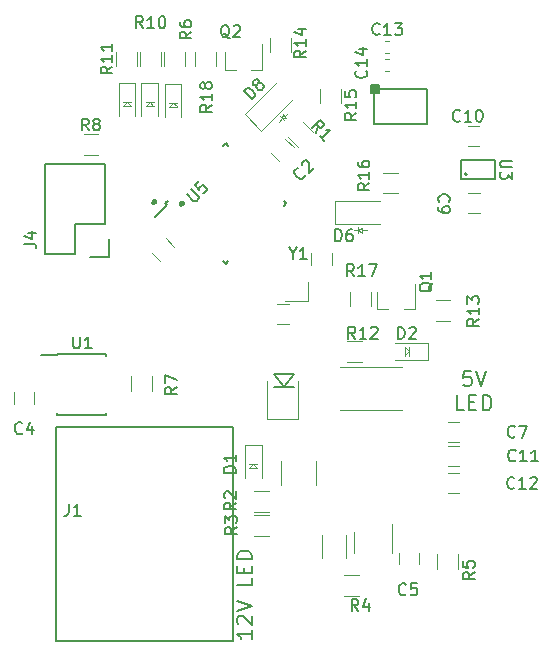
<source format=gto>
G04 #@! TF.GenerationSoftware,KiCad,Pcbnew,5.0.1-33cea8e~68~ubuntu18.04.1*
G04 #@! TF.CreationDate,2019-04-25T19:51:38-04:00*
G04 #@! TF.ProjectId,IMU,494D552E6B696361645F706362000000,rev?*
G04 #@! TF.SameCoordinates,Original*
G04 #@! TF.FileFunction,Legend,Top*
G04 #@! TF.FilePolarity,Positive*
%FSLAX46Y46*%
G04 Gerber Fmt 4.6, Leading zero omitted, Abs format (unit mm)*
G04 Created by KiCad (PCBNEW 5.0.1-33cea8e~68~ubuntu18.04.1) date Thu 25 Apr 2019 07:51:38 PM EDT*
%MOMM*%
%LPD*%
G01*
G04 APERTURE LIST*
%ADD10C,0.152400*%
%ADD11C,0.120000*%
%ADD12C,0.100000*%
%ADD13C,0.150000*%
%ADD14C,0.200000*%
%ADD15C,0.500000*%
G04 APERTURE END LIST*
D10*
X140797763Y-124375091D02*
X140797763Y-125100805D01*
X140797763Y-124737948D02*
X139527763Y-124737948D01*
X139709192Y-124858900D01*
X139830144Y-124979853D01*
X139890620Y-125100805D01*
X139648716Y-123891281D02*
X139588240Y-123830805D01*
X139527763Y-123709853D01*
X139527763Y-123407472D01*
X139588240Y-123286520D01*
X139648716Y-123226043D01*
X139769668Y-123165567D01*
X139890620Y-123165567D01*
X140072049Y-123226043D01*
X140797763Y-123951758D01*
X140797763Y-123165567D01*
X139527763Y-122802710D02*
X140797763Y-122379377D01*
X139527763Y-121956043D01*
X140797763Y-119960329D02*
X140797763Y-120565091D01*
X139527763Y-120565091D01*
X140132525Y-119536996D02*
X140132525Y-119113662D01*
X140797763Y-118932234D02*
X140797763Y-119536996D01*
X139527763Y-119536996D01*
X139527763Y-118932234D01*
X140797763Y-118387948D02*
X139527763Y-118387948D01*
X139527763Y-118085567D01*
X139588240Y-117904139D01*
X139709192Y-117783186D01*
X139830144Y-117722710D01*
X140072049Y-117662234D01*
X140253478Y-117662234D01*
X140495382Y-117722710D01*
X140616335Y-117783186D01*
X140737287Y-117904139D01*
X140797763Y-118085567D01*
X140797763Y-118387948D01*
X159351175Y-102452943D02*
X158746413Y-102452943D01*
X158685937Y-103057705D01*
X158746413Y-102997229D01*
X158867365Y-102936753D01*
X159169746Y-102936753D01*
X159290699Y-102997229D01*
X159351175Y-103057705D01*
X159411651Y-103178658D01*
X159411651Y-103481039D01*
X159351175Y-103601991D01*
X159290699Y-103662467D01*
X159169746Y-103722943D01*
X158867365Y-103722943D01*
X158746413Y-103662467D01*
X158685937Y-103601991D01*
X159774508Y-102452943D02*
X160197841Y-103722943D01*
X160621175Y-102452943D01*
X158776651Y-105780343D02*
X158171889Y-105780343D01*
X158171889Y-104510343D01*
X159199984Y-105115105D02*
X159623318Y-105115105D01*
X159804746Y-105780343D02*
X159199984Y-105780343D01*
X159199984Y-104510343D01*
X159804746Y-104510343D01*
X160349032Y-105780343D02*
X160349032Y-104510343D01*
X160651413Y-104510343D01*
X160832841Y-104570820D01*
X160953794Y-104691772D01*
X161014270Y-104812724D01*
X161074746Y-105054629D01*
X161074746Y-105236058D01*
X161014270Y-105477962D01*
X160953794Y-105598915D01*
X160832841Y-105719867D01*
X160651413Y-105780343D01*
X160349032Y-105780343D01*
D11*
G04 #@! TO.C,D3*
X134816103Y-78126792D02*
X134816103Y-80926792D01*
X133416103Y-78126792D02*
X133416103Y-80926792D01*
X134816103Y-78126792D02*
X133416103Y-78126792D01*
D12*
X134116103Y-79726793D02*
X134416103Y-80026792D01*
X134416103Y-80026792D02*
X134466102Y-80076792D01*
X134466102Y-80076792D02*
X133816103Y-80076792D01*
X133766104Y-80076792D02*
X133816103Y-80076792D01*
X133816103Y-80076792D02*
X133766104Y-80076792D01*
X133766104Y-80076792D02*
X134116103Y-79726793D01*
X134116103Y-79726793D02*
X134466103Y-79726792D01*
X133766103Y-79726792D02*
X134116103Y-79726793D01*
D11*
G04 #@! TO.C,D5*
X130902507Y-78045154D02*
X130902507Y-80845154D01*
X129502507Y-78045154D02*
X129502507Y-80845154D01*
X130902507Y-78045154D02*
X129502507Y-78045154D01*
D12*
X130202507Y-79645155D02*
X130502507Y-79945154D01*
X130502507Y-79945154D02*
X130552506Y-79995154D01*
X130552506Y-79995154D02*
X129902507Y-79995154D01*
X129852508Y-79995154D02*
X129902507Y-79995154D01*
X129902507Y-79995154D02*
X129852508Y-79995154D01*
X129852508Y-79995154D02*
X130202507Y-79645155D01*
X130202507Y-79645155D02*
X130552507Y-79645154D01*
X129852507Y-79645154D02*
X130202507Y-79645155D01*
D11*
G04 #@! TO.C,R6*
X133379787Y-76631045D02*
X133379787Y-75431045D01*
X135139787Y-75431045D02*
X135139787Y-76631045D01*
G04 #@! TO.C,R10*
X133081512Y-75447322D02*
X133081512Y-76647322D01*
X131321512Y-76647322D02*
X131321512Y-75447322D01*
D12*
G04 #@! TO.C,D4*
X131794038Y-79680911D02*
X132144038Y-79680912D01*
X132144038Y-79680912D02*
X132494038Y-79680911D01*
X131794039Y-80030911D02*
X132144038Y-79680912D01*
X131844038Y-80030911D02*
X131794039Y-80030911D01*
X131794039Y-80030911D02*
X131844038Y-80030911D01*
X132494037Y-80030911D02*
X131844038Y-80030911D01*
X132444038Y-79980911D02*
X132494037Y-80030911D01*
X132144038Y-79680912D02*
X132444038Y-79980911D01*
D11*
X132844038Y-78080911D02*
X131444038Y-78080911D01*
X131444038Y-78080911D02*
X131444038Y-80880911D01*
X132844038Y-78080911D02*
X132844038Y-80880911D01*
G04 #@! TO.C,R11*
X129306342Y-76629361D02*
X129306342Y-75429361D01*
X131066342Y-75429361D02*
X131066342Y-76629361D01*
G04 #@! TO.C,R15*
X148357480Y-78592160D02*
X148357480Y-79792160D01*
X146597480Y-79792160D02*
X146597480Y-78592160D01*
D12*
G04 #@! TO.C,D8*
X143571371Y-80849949D02*
X143854214Y-80567107D01*
X143359239Y-81062082D02*
X143429949Y-80708528D01*
X143429949Y-80708528D02*
X143712792Y-80991371D01*
X143712792Y-80991371D02*
X143359239Y-81062082D01*
X143076396Y-81344924D02*
X143359239Y-81062082D01*
X143359239Y-81062082D02*
X143182462Y-80885305D01*
X143182462Y-80885305D02*
X143536016Y-81238858D01*
D11*
X140177258Y-80708528D02*
X141591472Y-82122742D01*
X141591472Y-82122742D02*
X144313833Y-79400381D01*
X140177258Y-80708528D02*
X142899619Y-77986167D01*
G04 #@! TO.C,C10*
X159057020Y-83391100D02*
X160057020Y-83391100D01*
X160057020Y-81691100D02*
X159057020Y-81691100D01*
D13*
G04 #@! TO.C,U4*
X150911560Y-78313280D02*
X150886160Y-78872080D01*
X151216360Y-78694280D02*
X151216360Y-78668880D01*
X151343360Y-78745080D02*
X151216360Y-78694280D01*
X151343360Y-78440280D02*
X151343360Y-78745080D01*
X151114760Y-78440280D02*
X151343360Y-78440280D01*
X151089360Y-78846680D02*
X151114760Y-78440280D01*
X151419560Y-78846679D02*
X151089360Y-78846680D01*
X151419560Y-78338680D02*
X151419560Y-78846679D01*
X150987760Y-78338680D02*
X151419560Y-78338680D01*
X150987760Y-78922880D02*
X150987760Y-78338680D01*
X151521160Y-78922880D02*
X150860760Y-78922880D01*
X151521160Y-78541880D02*
X151521160Y-78922880D01*
X151521160Y-78262481D02*
X151521160Y-78567280D01*
X150835360Y-78262480D02*
X151521160Y-78262481D01*
X150835360Y-78922880D02*
X150835360Y-78262480D01*
X151140159Y-78922880D02*
X150835360Y-78922880D01*
X151150760Y-81564480D02*
X155650760Y-81564480D01*
X151150760Y-78565880D02*
X151150760Y-81565880D01*
X155650760Y-78565880D02*
X155650760Y-81565880D01*
X151150760Y-78565880D02*
X155650760Y-78565880D01*
D11*
G04 #@! TO.C,R1*
X144702010Y-83446518D02*
X143853482Y-82597990D01*
X145097990Y-81353482D02*
X145946518Y-82202010D01*
D13*
G04 #@! TO.C,J4*
X128376680Y-90017600D02*
X128376680Y-84937600D01*
X128656680Y-92837600D02*
X127106680Y-92837600D01*
X125836680Y-92557600D02*
X125836680Y-90017600D01*
X125836680Y-90017600D02*
X128376680Y-90017600D01*
X128376680Y-84937600D02*
X123296680Y-84937600D01*
X123296680Y-84937600D02*
X123296680Y-90017600D01*
X128656680Y-92837600D02*
X128656680Y-91287600D01*
X123296680Y-92557600D02*
X125836680Y-92557600D01*
X123296680Y-90017600D02*
X123296680Y-92557600D01*
D11*
G04 #@! TO.C,R2*
X141009880Y-112613840D02*
X142209880Y-112613840D01*
X142209880Y-114373840D02*
X141009880Y-114373840D01*
G04 #@! TO.C,F1*
X143285380Y-112086340D02*
X143285380Y-110086340D01*
X146245380Y-110086340D02*
X146245380Y-112086340D01*
D12*
G04 #@! TO.C,D2*
X154085880Y-100443840D02*
X154085880Y-100793840D01*
X154085880Y-100793840D02*
X154085880Y-101143840D01*
X153735880Y-100443840D02*
X154085880Y-100793840D01*
X153735880Y-100493840D02*
X153735880Y-100443840D01*
X153735880Y-100443840D02*
X153735880Y-100493840D01*
X153735880Y-101143840D02*
X153735880Y-100493840D01*
X153785880Y-101093840D02*
X153735880Y-101143840D01*
X154085880Y-100793840D02*
X153785880Y-101093840D01*
D11*
X155685880Y-101493840D02*
X155685880Y-100093840D01*
X155685880Y-100093840D02*
X152885880Y-100093840D01*
X155685880Y-101493840D02*
X152885880Y-101493840D01*
G04 #@! TO.C,R9*
X153480880Y-105788840D02*
X148280880Y-105788840D01*
X148280880Y-102148840D02*
X153480880Y-102148840D01*
G04 #@! TO.C,C7*
X158365880Y-106801840D02*
X157365880Y-106801840D01*
X157365880Y-108501840D02*
X158365880Y-108501840D01*
G04 #@! TO.C,U2*
X149435980Y-116086340D02*
X149435980Y-117886340D01*
X152655980Y-117886340D02*
X152655980Y-115436340D01*
G04 #@! TO.C,C3*
X148725880Y-118303840D02*
X148725880Y-116303840D01*
X146685880Y-116303840D02*
X146685880Y-118303840D01*
G04 #@! TO.C,R12*
X150083880Y-101673840D02*
X148883880Y-101673840D01*
X148883880Y-99913840D02*
X150083880Y-99913840D01*
G04 #@! TO.C,R4*
X148629880Y-119725840D02*
X149829880Y-119725840D01*
X149829880Y-121485840D02*
X148629880Y-121485840D01*
G04 #@! TO.C,R5*
X158237880Y-117973840D02*
X158237880Y-119173840D01*
X156477880Y-119173840D02*
X156477880Y-117973840D01*
G04 #@! TO.C,C12*
X158365880Y-111119840D02*
X157365880Y-111119840D01*
X157365880Y-112819840D02*
X158365880Y-112819840D01*
G04 #@! TO.C,C11*
X158365880Y-108833840D02*
X157365880Y-108833840D01*
X157365880Y-110533840D02*
X158365880Y-110533840D01*
G04 #@! TO.C,C5*
X153205880Y-117819840D02*
X153205880Y-118819840D01*
X154905880Y-118819840D02*
X154905880Y-117819840D01*
D12*
G04 #@! TO.C,D1*
X140559040Y-110323200D02*
X140909040Y-110323200D01*
X140909040Y-110323200D02*
X141259040Y-110323200D01*
X140559040Y-110673200D02*
X140909040Y-110323200D01*
X140609040Y-110673200D02*
X140559040Y-110673200D01*
X140559040Y-110673200D02*
X140609040Y-110673200D01*
X141259040Y-110673200D02*
X140609040Y-110673200D01*
X141209040Y-110623200D02*
X141259040Y-110673200D01*
X140909040Y-110323200D02*
X141209040Y-110623200D01*
D11*
X141609040Y-108723200D02*
X140209040Y-108723200D01*
X140209040Y-108723200D02*
X140209040Y-111523200D01*
X141609040Y-108723200D02*
X141609040Y-111523200D01*
D14*
G04 #@! TO.C,D7*
X144387880Y-102733840D02*
X143487880Y-103833840D01*
X142687880Y-102733840D02*
X144387880Y-102733840D01*
X143487880Y-103833840D02*
X142687880Y-102733840D01*
X142687880Y-103833840D02*
X144387880Y-103833840D01*
D11*
X142054380Y-106508840D02*
X144721380Y-106508840D01*
X144721380Y-106508840D02*
X144721380Y-103333840D01*
X142054380Y-106508840D02*
X142054380Y-103333840D01*
G04 #@! TO.C,R3*
X141009880Y-114645840D02*
X142209880Y-114645840D01*
X142209880Y-116405840D02*
X141009880Y-116405840D01*
G04 #@! TO.C,C1*
X132319206Y-92434247D02*
X133026313Y-93141354D01*
X134228394Y-91939273D02*
X133521287Y-91232166D01*
G04 #@! TO.C,C2*
X142405406Y-83987487D02*
X143112513Y-84694594D01*
X144314594Y-83492513D02*
X143607487Y-82785406D01*
G04 #@! TO.C,C4*
X120638200Y-104269920D02*
X120638200Y-105269920D01*
X122338200Y-105269920D02*
X122338200Y-104269920D01*
G04 #@! TO.C,C6*
X145835000Y-92438600D02*
X145835000Y-93438600D01*
X147535000Y-93438600D02*
X147535000Y-92438600D01*
G04 #@! TO.C,C8*
X142928720Y-98482520D02*
X143928720Y-98482520D01*
X143928720Y-96782520D02*
X142928720Y-96782520D01*
G04 #@! TO.C,C9*
X160082420Y-87416260D02*
X159082420Y-87416260D01*
X159082420Y-89116260D02*
X160082420Y-89116260D01*
G04 #@! TO.C,C13*
X152425279Y-74500000D02*
X152099719Y-74500000D01*
X152425279Y-75520000D02*
X152099719Y-75520000D01*
G04 #@! TO.C,C14*
X152097220Y-76030000D02*
X152422780Y-76030000D01*
X152097220Y-77050000D02*
X152422780Y-77050000D01*
G04 #@! TO.C,R7*
X130534520Y-104110080D02*
X130534520Y-102910080D01*
X132294520Y-102910080D02*
X132294520Y-104110080D01*
G04 #@! TO.C,R8*
X127742240Y-84156440D02*
X126542240Y-84156440D01*
X126542240Y-82396440D02*
X127742240Y-82396440D01*
D13*
G04 #@! TO.C,U1*
X124330640Y-101011280D02*
X124330640Y-101061280D01*
X128480640Y-101011280D02*
X128480640Y-101156280D01*
X128480640Y-106161280D02*
X128480640Y-106016280D01*
X124330640Y-106161280D02*
X124330640Y-106016280D01*
X124330640Y-101011280D02*
X128480640Y-101011280D01*
X124330640Y-106161280D02*
X128480640Y-106161280D01*
X124330640Y-101061280D02*
X122930640Y-101061280D01*
G04 #@! TO.C,U5*
X133610432Y-88421949D02*
X132602805Y-89429576D01*
X138577857Y-83136326D02*
X138348047Y-83366136D01*
X143704381Y-88262850D02*
X143474571Y-88492660D01*
X138577857Y-93389374D02*
X138807667Y-93159564D01*
X133451333Y-88262850D02*
X133681143Y-88033040D01*
X138577857Y-93389374D02*
X138348047Y-93159564D01*
X143704381Y-88262850D02*
X143474571Y-88033040D01*
X138577857Y-83136326D02*
X138807667Y-83366136D01*
X133451333Y-88262850D02*
X133610432Y-88421949D01*
D15*
X132540043Y-88137126D02*
G75*
G03X132540043Y-88137126I-50800J0D01*
G01*
X134874911Y-88280811D02*
G75*
G03X134874911Y-88280811I-50801J0D01*
G01*
D12*
G04 #@! TO.C,Y1*
X145581120Y-96504560D02*
X145581121Y-94904560D01*
X145581120Y-96504560D02*
X143581120Y-96504560D01*
D13*
G04 #@! TO.C,J1*
X139226320Y-107188000D02*
X139226320Y-125348000D01*
X124226320Y-107188000D02*
X124226320Y-125348000D01*
X124226320Y-107188000D02*
X139226320Y-107188000D01*
X124226320Y-125348000D02*
X139226320Y-125348000D01*
D11*
G04 #@! TO.C,R13*
X157592320Y-98177240D02*
X156392320Y-98177240D01*
X156392320Y-96417240D02*
X157592320Y-96417240D01*
G04 #@! TO.C,R14*
X144095360Y-74238560D02*
X144095360Y-75438560D01*
X142335360Y-75438560D02*
X142335360Y-74238560D01*
G04 #@! TO.C,D6*
X147807320Y-88042240D02*
X151657320Y-88042240D01*
X147807320Y-90042240D02*
X151657320Y-90042240D01*
X147807320Y-88042240D02*
X147807320Y-90042240D01*
D12*
X149807320Y-90292240D02*
X149807320Y-90792240D01*
X149807320Y-90542240D02*
X149807320Y-90292240D01*
X149407320Y-90542240D02*
X149807320Y-90542240D01*
X150107320Y-90742240D02*
X149807320Y-90542240D01*
X150107320Y-90342240D02*
X150107320Y-90742240D01*
X149807320Y-90542240D02*
X150107320Y-90342240D01*
X150107320Y-90542240D02*
X150507320Y-90542240D01*
D11*
G04 #@! TO.C,Q1*
X151402277Y-97233018D02*
X152332277Y-97233018D01*
X154562277Y-97233018D02*
X153632277Y-97233018D01*
X154562277Y-97233018D02*
X154562277Y-95073018D01*
X151402277Y-97233018D02*
X151402277Y-95773018D01*
G04 #@! TO.C,Q2*
X138495920Y-76944760D02*
X138495920Y-75484760D01*
X141655920Y-76944760D02*
X141655920Y-74784760D01*
X141655920Y-76944760D02*
X140725920Y-76944760D01*
X138495920Y-76944760D02*
X139425920Y-76944760D01*
G04 #@! TO.C,R16*
X153132080Y-87407640D02*
X151932080Y-87407640D01*
X151932080Y-85647640D02*
X153132080Y-85647640D01*
D14*
G04 #@! TO.C,U3*
X158998940Y-85801140D02*
G75*
G03X158998940Y-85801140I-100000J0D01*
G01*
D13*
X158498940Y-84601140D02*
X161398940Y-84601140D01*
X161398940Y-84601140D02*
X161398940Y-86201140D01*
X161398940Y-86201140D02*
X158498940Y-86201140D01*
X158498940Y-86201140D02*
X158498940Y-84601140D01*
D11*
G04 #@! TO.C,R17*
X149076520Y-96937160D02*
X149076520Y-95737160D01*
X150836520Y-95737160D02*
X150836520Y-96937160D01*
G04 #@! TO.C,R18*
X137750440Y-75427280D02*
X137750440Y-76627280D01*
X135990440Y-76627280D02*
X135990440Y-75427280D01*
G04 #@! TO.C,R6*
D13*
X135676900Y-73725066D02*
X135200710Y-74058400D01*
X135676900Y-74296495D02*
X134676900Y-74296495D01*
X134676900Y-73915542D01*
X134724520Y-73820304D01*
X134772139Y-73772685D01*
X134867377Y-73725066D01*
X135010234Y-73725066D01*
X135105472Y-73772685D01*
X135153091Y-73820304D01*
X135200710Y-73915542D01*
X135200710Y-74296495D01*
X134676900Y-72867923D02*
X134676900Y-73058400D01*
X134724520Y-73153638D01*
X134772139Y-73201257D01*
X134914996Y-73296495D01*
X135105472Y-73344114D01*
X135486424Y-73344114D01*
X135581662Y-73296495D01*
X135629281Y-73248876D01*
X135676900Y-73153638D01*
X135676900Y-72963161D01*
X135629281Y-72867923D01*
X135581662Y-72820304D01*
X135486424Y-72772685D01*
X135248329Y-72772685D01*
X135153091Y-72820304D01*
X135105472Y-72867923D01*
X135057853Y-72963161D01*
X135057853Y-73153638D01*
X135105472Y-73248876D01*
X135153091Y-73296495D01*
X135248329Y-73344114D01*
G04 #@! TO.C,R10*
X131569222Y-73416420D02*
X131235889Y-72940230D01*
X130997794Y-73416420D02*
X130997794Y-72416420D01*
X131378746Y-72416420D01*
X131473984Y-72464040D01*
X131521603Y-72511659D01*
X131569222Y-72606897D01*
X131569222Y-72749754D01*
X131521603Y-72844992D01*
X131473984Y-72892611D01*
X131378746Y-72940230D01*
X130997794Y-72940230D01*
X132521603Y-73416420D02*
X131950175Y-73416420D01*
X132235889Y-73416420D02*
X132235889Y-72416420D01*
X132140651Y-72559278D01*
X132045413Y-72654516D01*
X131950175Y-72702135D01*
X133140651Y-72416420D02*
X133235889Y-72416420D01*
X133331127Y-72464040D01*
X133378746Y-72511659D01*
X133426365Y-72606897D01*
X133473984Y-72797373D01*
X133473984Y-73035468D01*
X133426365Y-73225944D01*
X133378746Y-73321182D01*
X133331127Y-73368801D01*
X133235889Y-73416420D01*
X133140651Y-73416420D01*
X133045413Y-73368801D01*
X132997794Y-73321182D01*
X132950175Y-73225944D01*
X132902556Y-73035468D01*
X132902556Y-72797373D01*
X132950175Y-72606897D01*
X132997794Y-72511659D01*
X133045413Y-72464040D01*
X133140651Y-72416420D01*
G04 #@! TO.C,R11*
X128988722Y-76672218D02*
X128512532Y-77005551D01*
X128988722Y-77243646D02*
X127988722Y-77243646D01*
X127988722Y-76862694D01*
X128036342Y-76767456D01*
X128083961Y-76719837D01*
X128179199Y-76672218D01*
X128322056Y-76672218D01*
X128417294Y-76719837D01*
X128464913Y-76767456D01*
X128512532Y-76862694D01*
X128512532Y-77243646D01*
X128988722Y-75719837D02*
X128988722Y-76291265D01*
X128988722Y-76005551D02*
X127988722Y-76005551D01*
X128131580Y-76100789D01*
X128226818Y-76196027D01*
X128274437Y-76291265D01*
X128988722Y-74767456D02*
X128988722Y-75338884D01*
X128988722Y-75053170D02*
X127988722Y-75053170D01*
X128131580Y-75148408D01*
X128226818Y-75243646D01*
X128274437Y-75338884D01*
G04 #@! TO.C,R15*
X149646900Y-80591897D02*
X149170710Y-80925230D01*
X149646900Y-81163325D02*
X148646900Y-81163325D01*
X148646900Y-80782373D01*
X148694520Y-80687135D01*
X148742139Y-80639516D01*
X148837377Y-80591897D01*
X148980234Y-80591897D01*
X149075472Y-80639516D01*
X149123091Y-80687135D01*
X149170710Y-80782373D01*
X149170710Y-81163325D01*
X149646900Y-79639516D02*
X149646900Y-80210944D01*
X149646900Y-79925230D02*
X148646900Y-79925230D01*
X148789758Y-80020468D01*
X148884996Y-80115706D01*
X148932615Y-80210944D01*
X148646900Y-78734754D02*
X148646900Y-79210944D01*
X149123091Y-79258563D01*
X149075472Y-79210944D01*
X149027853Y-79115706D01*
X149027853Y-78877611D01*
X149075472Y-78782373D01*
X149123091Y-78734754D01*
X149218329Y-78687135D01*
X149456424Y-78687135D01*
X149551662Y-78734754D01*
X149599281Y-78782373D01*
X149646900Y-78877611D01*
X149646900Y-79115706D01*
X149599281Y-79210944D01*
X149551662Y-79258563D01*
G04 #@! TO.C,D8*
X140801128Y-79444557D02*
X140094021Y-78737451D01*
X140262380Y-78569092D01*
X140397067Y-78501748D01*
X140531754Y-78501748D01*
X140632769Y-78535420D01*
X140801128Y-78636435D01*
X140902143Y-78737451D01*
X141003159Y-78905809D01*
X141036830Y-79006825D01*
X141036830Y-79141512D01*
X140969487Y-79276199D01*
X140801128Y-79444557D01*
X141205189Y-78232374D02*
X141104174Y-78266046D01*
X141036830Y-78266046D01*
X140935815Y-78232374D01*
X140902143Y-78198702D01*
X140868471Y-78097687D01*
X140868471Y-78030344D01*
X140902143Y-77929328D01*
X141036830Y-77794641D01*
X141137846Y-77760970D01*
X141205189Y-77760970D01*
X141306204Y-77794641D01*
X141339876Y-77828313D01*
X141373548Y-77929328D01*
X141373548Y-77996672D01*
X141339876Y-78097687D01*
X141205189Y-78232374D01*
X141171517Y-78333389D01*
X141171517Y-78400733D01*
X141205189Y-78501748D01*
X141339876Y-78636435D01*
X141440891Y-78670107D01*
X141508235Y-78670107D01*
X141609250Y-78636435D01*
X141743937Y-78501748D01*
X141777609Y-78400733D01*
X141777609Y-78333389D01*
X141743937Y-78232374D01*
X141609250Y-78097687D01*
X141508235Y-78064015D01*
X141440891Y-78064015D01*
X141339876Y-78097687D01*
G04 #@! TO.C,C10*
X158411942Y-81245982D02*
X158364323Y-81293601D01*
X158221466Y-81341220D01*
X158126228Y-81341220D01*
X157983371Y-81293601D01*
X157888133Y-81198363D01*
X157840514Y-81103125D01*
X157792895Y-80912649D01*
X157792895Y-80769792D01*
X157840514Y-80579316D01*
X157888133Y-80484078D01*
X157983371Y-80388840D01*
X158126228Y-80341220D01*
X158221466Y-80341220D01*
X158364323Y-80388840D01*
X158411942Y-80436459D01*
X159364323Y-81341220D02*
X158792895Y-81341220D01*
X159078609Y-81341220D02*
X159078609Y-80341220D01*
X158983371Y-80484078D01*
X158888133Y-80579316D01*
X158792895Y-80626935D01*
X159983371Y-80341220D02*
X160078609Y-80341220D01*
X160173847Y-80388840D01*
X160221466Y-80436459D01*
X160269085Y-80531697D01*
X160316704Y-80722173D01*
X160316704Y-80960268D01*
X160269085Y-81150744D01*
X160221466Y-81245982D01*
X160173847Y-81293601D01*
X160078609Y-81341220D01*
X159983371Y-81341220D01*
X159888133Y-81293601D01*
X159840514Y-81245982D01*
X159792895Y-81150744D01*
X159745276Y-80960268D01*
X159745276Y-80722173D01*
X159792895Y-80531697D01*
X159840514Y-80436459D01*
X159888133Y-80388840D01*
X159983371Y-80341220D01*
G04 #@! TO.C,R1*
X146257427Y-82279590D02*
X146358442Y-81707170D01*
X145853366Y-81875529D02*
X146560472Y-81168422D01*
X146829847Y-81437796D01*
X146863518Y-81538811D01*
X146863518Y-81606155D01*
X146829847Y-81707170D01*
X146728831Y-81808185D01*
X146627816Y-81841857D01*
X146560472Y-81841857D01*
X146459457Y-81808185D01*
X146190083Y-81538811D01*
X146930862Y-82953025D02*
X146526801Y-82548964D01*
X146728831Y-82750995D02*
X147435938Y-82043888D01*
X147267579Y-82077560D01*
X147132892Y-82077560D01*
X147031877Y-82043888D01*
G04 #@! TO.C,J4*
X121519700Y-91681893D02*
X122233986Y-91681893D01*
X122376843Y-91729512D01*
X122472081Y-91824750D01*
X122519700Y-91967607D01*
X122519700Y-92062845D01*
X121853034Y-90777131D02*
X122519700Y-90777131D01*
X121472081Y-91015226D02*
X122186367Y-91253321D01*
X122186367Y-90634274D01*
G04 #@! TO.C,R2*
X139456420Y-113603066D02*
X138980230Y-113936400D01*
X139456420Y-114174495D02*
X138456420Y-114174495D01*
X138456420Y-113793542D01*
X138504040Y-113698304D01*
X138551659Y-113650685D01*
X138646897Y-113603066D01*
X138789754Y-113603066D01*
X138884992Y-113650685D01*
X138932611Y-113698304D01*
X138980230Y-113793542D01*
X138980230Y-114174495D01*
X138551659Y-113222114D02*
X138504040Y-113174495D01*
X138456420Y-113079257D01*
X138456420Y-112841161D01*
X138504040Y-112745923D01*
X138551659Y-112698304D01*
X138646897Y-112650685D01*
X138742135Y-112650685D01*
X138884992Y-112698304D01*
X139456420Y-113269733D01*
X139456420Y-112650685D01*
G04 #@! TO.C,D2*
X153155424Y-99746060D02*
X153155424Y-98746060D01*
X153393520Y-98746060D01*
X153536377Y-98793680D01*
X153631615Y-98888918D01*
X153679234Y-98984156D01*
X153726853Y-99174632D01*
X153726853Y-99317489D01*
X153679234Y-99507965D01*
X153631615Y-99603203D01*
X153536377Y-99698441D01*
X153393520Y-99746060D01*
X153155424Y-99746060D01*
X154107805Y-98841299D02*
X154155424Y-98793680D01*
X154250662Y-98746060D01*
X154488758Y-98746060D01*
X154583996Y-98793680D01*
X154631615Y-98841299D01*
X154679234Y-98936537D01*
X154679234Y-99031775D01*
X154631615Y-99174632D01*
X154060186Y-99746060D01*
X154679234Y-99746060D01*
G04 #@! TO.C,C7*
X163063893Y-107987102D02*
X163016274Y-108034721D01*
X162873417Y-108082340D01*
X162778179Y-108082340D01*
X162635321Y-108034721D01*
X162540083Y-107939483D01*
X162492464Y-107844245D01*
X162444845Y-107653769D01*
X162444845Y-107510912D01*
X162492464Y-107320436D01*
X162540083Y-107225198D01*
X162635321Y-107129960D01*
X162778179Y-107082340D01*
X162873417Y-107082340D01*
X163016274Y-107129960D01*
X163063893Y-107177579D01*
X163397226Y-107082340D02*
X164063893Y-107082340D01*
X163635321Y-108082340D01*
G04 #@! TO.C,R12*
X149537182Y-99715580D02*
X149203849Y-99239390D01*
X148965754Y-99715580D02*
X148965754Y-98715580D01*
X149346706Y-98715580D01*
X149441944Y-98763200D01*
X149489563Y-98810819D01*
X149537182Y-98906057D01*
X149537182Y-99048914D01*
X149489563Y-99144152D01*
X149441944Y-99191771D01*
X149346706Y-99239390D01*
X148965754Y-99239390D01*
X150489563Y-99715580D02*
X149918135Y-99715580D01*
X150203849Y-99715580D02*
X150203849Y-98715580D01*
X150108611Y-98858438D01*
X150013373Y-98953676D01*
X149918135Y-99001295D01*
X150870516Y-98810819D02*
X150918135Y-98763200D01*
X151013373Y-98715580D01*
X151251468Y-98715580D01*
X151346706Y-98763200D01*
X151394325Y-98810819D01*
X151441944Y-98906057D01*
X151441944Y-99001295D01*
X151394325Y-99144152D01*
X150822897Y-99715580D01*
X151441944Y-99715580D01*
G04 #@! TO.C,R4*
X149810173Y-122753380D02*
X149476840Y-122277190D01*
X149238744Y-122753380D02*
X149238744Y-121753380D01*
X149619697Y-121753380D01*
X149714935Y-121801000D01*
X149762554Y-121848619D01*
X149810173Y-121943857D01*
X149810173Y-122086714D01*
X149762554Y-122181952D01*
X149714935Y-122229571D01*
X149619697Y-122277190D01*
X149238744Y-122277190D01*
X150667316Y-122086714D02*
X150667316Y-122753380D01*
X150429220Y-121705761D02*
X150191125Y-122420047D01*
X150810173Y-122420047D01*
G04 #@! TO.C,R5*
X159649420Y-119475546D02*
X159173230Y-119808880D01*
X159649420Y-120046975D02*
X158649420Y-120046975D01*
X158649420Y-119666022D01*
X158697040Y-119570784D01*
X158744659Y-119523165D01*
X158839897Y-119475546D01*
X158982754Y-119475546D01*
X159077992Y-119523165D01*
X159125611Y-119570784D01*
X159173230Y-119666022D01*
X159173230Y-120046975D01*
X158649420Y-118570784D02*
X158649420Y-119046975D01*
X159125611Y-119094594D01*
X159077992Y-119046975D01*
X159030373Y-118951737D01*
X159030373Y-118713641D01*
X159077992Y-118618403D01*
X159125611Y-118570784D01*
X159220849Y-118523165D01*
X159458944Y-118523165D01*
X159554182Y-118570784D01*
X159601801Y-118618403D01*
X159649420Y-118713641D01*
X159649420Y-118951737D01*
X159601801Y-119046975D01*
X159554182Y-119094594D01*
G04 #@! TO.C,C12*
X163019502Y-112330502D02*
X162971883Y-112378121D01*
X162829026Y-112425740D01*
X162733788Y-112425740D01*
X162590931Y-112378121D01*
X162495693Y-112282883D01*
X162448074Y-112187645D01*
X162400455Y-111997169D01*
X162400455Y-111854312D01*
X162448074Y-111663836D01*
X162495693Y-111568598D01*
X162590931Y-111473360D01*
X162733788Y-111425740D01*
X162829026Y-111425740D01*
X162971883Y-111473360D01*
X163019502Y-111520979D01*
X163971883Y-112425740D02*
X163400455Y-112425740D01*
X163686169Y-112425740D02*
X163686169Y-111425740D01*
X163590931Y-111568598D01*
X163495693Y-111663836D01*
X163400455Y-111711455D01*
X164352836Y-111520979D02*
X164400455Y-111473360D01*
X164495693Y-111425740D01*
X164733788Y-111425740D01*
X164829026Y-111473360D01*
X164876645Y-111520979D01*
X164924264Y-111616217D01*
X164924264Y-111711455D01*
X164876645Y-111854312D01*
X164305217Y-112425740D01*
X164924264Y-112425740D01*
G04 #@! TO.C,C11*
X163110942Y-110008942D02*
X163063323Y-110056561D01*
X162920466Y-110104180D01*
X162825228Y-110104180D01*
X162682371Y-110056561D01*
X162587133Y-109961323D01*
X162539514Y-109866085D01*
X162491895Y-109675609D01*
X162491895Y-109532752D01*
X162539514Y-109342276D01*
X162587133Y-109247038D01*
X162682371Y-109151800D01*
X162825228Y-109104180D01*
X162920466Y-109104180D01*
X163063323Y-109151800D01*
X163110942Y-109199419D01*
X164063323Y-110104180D02*
X163491895Y-110104180D01*
X163777609Y-110104180D02*
X163777609Y-109104180D01*
X163682371Y-109247038D01*
X163587133Y-109342276D01*
X163491895Y-109389895D01*
X165015704Y-110104180D02*
X164444276Y-110104180D01*
X164729990Y-110104180D02*
X164729990Y-109104180D01*
X164634752Y-109247038D01*
X164539514Y-109342276D01*
X164444276Y-109389895D01*
G04 #@! TO.C,C5*
X153843693Y-121342422D02*
X153796074Y-121390041D01*
X153653217Y-121437660D01*
X153557979Y-121437660D01*
X153415121Y-121390041D01*
X153319883Y-121294803D01*
X153272264Y-121199565D01*
X153224645Y-121009089D01*
X153224645Y-120866232D01*
X153272264Y-120675756D01*
X153319883Y-120580518D01*
X153415121Y-120485280D01*
X153557979Y-120437660D01*
X153653217Y-120437660D01*
X153796074Y-120485280D01*
X153843693Y-120532899D01*
X154748455Y-120437660D02*
X154272264Y-120437660D01*
X154224645Y-120913851D01*
X154272264Y-120866232D01*
X154367502Y-120818613D01*
X154605598Y-120818613D01*
X154700836Y-120866232D01*
X154748455Y-120913851D01*
X154796074Y-121009089D01*
X154796074Y-121247184D01*
X154748455Y-121342422D01*
X154700836Y-121390041D01*
X154605598Y-121437660D01*
X154367502Y-121437660D01*
X154272264Y-121390041D01*
X154224645Y-121342422D01*
G04 #@! TO.C,D1*
X139410700Y-111065535D02*
X138410700Y-111065535D01*
X138410700Y-110827440D01*
X138458320Y-110684582D01*
X138553558Y-110589344D01*
X138648796Y-110541725D01*
X138839272Y-110494106D01*
X138982129Y-110494106D01*
X139172605Y-110541725D01*
X139267843Y-110589344D01*
X139363081Y-110684582D01*
X139410700Y-110827440D01*
X139410700Y-111065535D01*
X139410700Y-109541725D02*
X139410700Y-110113154D01*
X139410700Y-109827440D02*
X138410700Y-109827440D01*
X138553558Y-109922678D01*
X138648796Y-110017916D01*
X138696415Y-110113154D01*
G04 #@! TO.C,R3*
X139507220Y-115665546D02*
X139031030Y-115998880D01*
X139507220Y-116236975D02*
X138507220Y-116236975D01*
X138507220Y-115856022D01*
X138554840Y-115760784D01*
X138602459Y-115713165D01*
X138697697Y-115665546D01*
X138840554Y-115665546D01*
X138935792Y-115713165D01*
X138983411Y-115760784D01*
X139031030Y-115856022D01*
X139031030Y-116236975D01*
X138507220Y-115332213D02*
X138507220Y-114713165D01*
X138888173Y-115046499D01*
X138888173Y-114903641D01*
X138935792Y-114808403D01*
X138983411Y-114760784D01*
X139078649Y-114713165D01*
X139316744Y-114713165D01*
X139411982Y-114760784D01*
X139459601Y-114808403D01*
X139507220Y-114903641D01*
X139507220Y-115189356D01*
X139459601Y-115284594D01*
X139411982Y-115332213D01*
G04 #@! TO.C,C2*
X145295687Y-85836309D02*
X145295687Y-85903652D01*
X145228343Y-86038339D01*
X145161000Y-86105683D01*
X145026312Y-86173026D01*
X144891625Y-86173026D01*
X144790610Y-86139355D01*
X144622251Y-86038339D01*
X144521236Y-85937324D01*
X144420221Y-85768965D01*
X144386549Y-85667950D01*
X144386549Y-85533263D01*
X144453893Y-85398576D01*
X144521236Y-85331232D01*
X144655923Y-85263889D01*
X144723267Y-85263889D01*
X144992641Y-84994515D02*
X144992641Y-84927171D01*
X145026312Y-84826156D01*
X145194671Y-84657797D01*
X145295687Y-84624126D01*
X145363030Y-84624126D01*
X145464045Y-84657797D01*
X145531389Y-84725141D01*
X145598732Y-84859828D01*
X145598732Y-85667950D01*
X146036465Y-85230217D01*
G04 #@! TO.C,C4*
X121346933Y-107697542D02*
X121299314Y-107745161D01*
X121156457Y-107792780D01*
X121061219Y-107792780D01*
X120918361Y-107745161D01*
X120823123Y-107649923D01*
X120775504Y-107554685D01*
X120727885Y-107364209D01*
X120727885Y-107221352D01*
X120775504Y-107030876D01*
X120823123Y-106935638D01*
X120918361Y-106840400D01*
X121061219Y-106792780D01*
X121156457Y-106792780D01*
X121299314Y-106840400D01*
X121346933Y-106888019D01*
X122204076Y-107126114D02*
X122204076Y-107792780D01*
X121965980Y-106745161D02*
X121727885Y-107459447D01*
X122346933Y-107459447D01*
G04 #@! TO.C,C9*
X156640317Y-88124993D02*
X156592698Y-88077374D01*
X156545079Y-87934517D01*
X156545079Y-87839279D01*
X156592698Y-87696421D01*
X156687936Y-87601183D01*
X156783174Y-87553564D01*
X156973650Y-87505945D01*
X157116507Y-87505945D01*
X157306983Y-87553564D01*
X157402221Y-87601183D01*
X157497460Y-87696421D01*
X157545079Y-87839279D01*
X157545079Y-87934517D01*
X157497460Y-88077374D01*
X157449840Y-88124993D01*
X156545079Y-88601183D02*
X156545079Y-88791660D01*
X156592698Y-88886898D01*
X156640317Y-88934517D01*
X156783174Y-89029755D01*
X156973650Y-89077374D01*
X157354602Y-89077374D01*
X157449840Y-89029755D01*
X157497460Y-88982136D01*
X157545079Y-88886898D01*
X157545079Y-88696421D01*
X157497460Y-88601183D01*
X157449840Y-88553564D01*
X157354602Y-88505945D01*
X157116507Y-88505945D01*
X157021269Y-88553564D01*
X156973650Y-88601183D01*
X156926031Y-88696421D01*
X156926031Y-88886898D01*
X156973650Y-88982136D01*
X157021269Y-89029755D01*
X157116507Y-89077374D01*
G04 #@! TO.C,C13*
X151604742Y-73910462D02*
X151557123Y-73958081D01*
X151414266Y-74005700D01*
X151319028Y-74005700D01*
X151176171Y-73958081D01*
X151080933Y-73862843D01*
X151033314Y-73767605D01*
X150985695Y-73577129D01*
X150985695Y-73434272D01*
X151033314Y-73243796D01*
X151080933Y-73148558D01*
X151176171Y-73053320D01*
X151319028Y-73005700D01*
X151414266Y-73005700D01*
X151557123Y-73053320D01*
X151604742Y-73100939D01*
X152557123Y-74005700D02*
X151985695Y-74005700D01*
X152271409Y-74005700D02*
X152271409Y-73005700D01*
X152176171Y-73148558D01*
X152080933Y-73243796D01*
X151985695Y-73291415D01*
X152890457Y-73005700D02*
X153509504Y-73005700D01*
X153176171Y-73386653D01*
X153319028Y-73386653D01*
X153414266Y-73434272D01*
X153461885Y-73481891D01*
X153509504Y-73577129D01*
X153509504Y-73815224D01*
X153461885Y-73910462D01*
X153414266Y-73958081D01*
X153319028Y-74005700D01*
X153033314Y-74005700D01*
X152938076Y-73958081D01*
X152890457Y-73910462D01*
G04 #@! TO.C,C14*
X150455902Y-77010497D02*
X150503521Y-77058116D01*
X150551140Y-77200973D01*
X150551140Y-77296211D01*
X150503521Y-77439068D01*
X150408283Y-77534306D01*
X150313045Y-77581925D01*
X150122569Y-77629544D01*
X149979712Y-77629544D01*
X149789236Y-77581925D01*
X149693998Y-77534306D01*
X149598760Y-77439068D01*
X149551140Y-77296211D01*
X149551140Y-77200973D01*
X149598760Y-77058116D01*
X149646379Y-77010497D01*
X150551140Y-76058116D02*
X150551140Y-76629544D01*
X150551140Y-76343830D02*
X149551140Y-76343830D01*
X149693998Y-76439068D01*
X149789236Y-76534306D01*
X149836855Y-76629544D01*
X149884474Y-75200973D02*
X150551140Y-75200973D01*
X149503521Y-75439068D02*
X150217807Y-75677163D01*
X150217807Y-75058116D01*
G04 #@! TO.C,R7*
X134427220Y-103818986D02*
X133951030Y-104152320D01*
X134427220Y-104390415D02*
X133427220Y-104390415D01*
X133427220Y-104009462D01*
X133474840Y-103914224D01*
X133522459Y-103866605D01*
X133617697Y-103818986D01*
X133760554Y-103818986D01*
X133855792Y-103866605D01*
X133903411Y-103914224D01*
X133951030Y-104009462D01*
X133951030Y-104390415D01*
X133427220Y-103485653D02*
X133427220Y-102818986D01*
X134427220Y-103247558D01*
G04 #@! TO.C,R8*
X126975573Y-82078820D02*
X126642240Y-81602630D01*
X126404144Y-82078820D02*
X126404144Y-81078820D01*
X126785097Y-81078820D01*
X126880335Y-81126440D01*
X126927954Y-81174059D01*
X126975573Y-81269297D01*
X126975573Y-81412154D01*
X126927954Y-81507392D01*
X126880335Y-81555011D01*
X126785097Y-81602630D01*
X126404144Y-81602630D01*
X127547001Y-81507392D02*
X127451763Y-81459773D01*
X127404144Y-81412154D01*
X127356525Y-81316916D01*
X127356525Y-81269297D01*
X127404144Y-81174059D01*
X127451763Y-81126440D01*
X127547001Y-81078820D01*
X127737478Y-81078820D01*
X127832716Y-81126440D01*
X127880335Y-81174059D01*
X127927954Y-81269297D01*
X127927954Y-81316916D01*
X127880335Y-81412154D01*
X127832716Y-81459773D01*
X127737478Y-81507392D01*
X127547001Y-81507392D01*
X127451763Y-81555011D01*
X127404144Y-81602630D01*
X127356525Y-81697868D01*
X127356525Y-81888344D01*
X127404144Y-81983582D01*
X127451763Y-82031201D01*
X127547001Y-82078820D01*
X127737478Y-82078820D01*
X127832716Y-82031201D01*
X127880335Y-81983582D01*
X127927954Y-81888344D01*
X127927954Y-81697868D01*
X127880335Y-81602630D01*
X127832716Y-81555011D01*
X127737478Y-81507392D01*
G04 #@! TO.C,U1*
X125643735Y-99538660D02*
X125643735Y-100348184D01*
X125691354Y-100443422D01*
X125738973Y-100491041D01*
X125834211Y-100538660D01*
X126024687Y-100538660D01*
X126119925Y-100491041D01*
X126167544Y-100443422D01*
X126215163Y-100348184D01*
X126215163Y-99538660D01*
X127215163Y-100538660D02*
X126643735Y-100538660D01*
X126929449Y-100538660D02*
X126929449Y-99538660D01*
X126834211Y-99681518D01*
X126738973Y-99776756D01*
X126643735Y-99824375D01*
G04 #@! TO.C,U5*
X135263746Y-87461482D02*
X135836166Y-88033902D01*
X135937181Y-88067574D01*
X136004525Y-88067574D01*
X136105540Y-88033902D01*
X136240227Y-87899215D01*
X136273899Y-87798200D01*
X136273899Y-87730856D01*
X136240227Y-87629841D01*
X135667807Y-87057421D01*
X136341242Y-86383986D02*
X136004525Y-86720704D01*
X136307571Y-87091093D01*
X136307571Y-87023750D01*
X136341242Y-86922734D01*
X136509601Y-86754376D01*
X136610616Y-86720704D01*
X136677960Y-86720704D01*
X136778975Y-86754376D01*
X136947334Y-86922734D01*
X136981006Y-87023750D01*
X136981006Y-87091093D01*
X136947334Y-87192108D01*
X136778975Y-87360467D01*
X136677960Y-87394139D01*
X136610616Y-87394139D01*
G04 #@! TO.C,Y1*
X144242849Y-92498230D02*
X144242849Y-92974420D01*
X143909516Y-91974420D02*
X144242849Y-92498230D01*
X144576182Y-91974420D01*
X145433325Y-92974420D02*
X144861897Y-92974420D01*
X145147611Y-92974420D02*
X145147611Y-91974420D01*
X145052373Y-92117278D01*
X144957135Y-92212516D01*
X144861897Y-92260135D01*
G04 #@! TO.C,J1*
X125300146Y-113696500D02*
X125300146Y-114410786D01*
X125252527Y-114553643D01*
X125157289Y-114648881D01*
X125014432Y-114696500D01*
X124919194Y-114696500D01*
X126300146Y-114696500D02*
X125728718Y-114696500D01*
X126014432Y-114696500D02*
X126014432Y-113696500D01*
X125919194Y-113839358D01*
X125823956Y-113934596D01*
X125728718Y-113982215D01*
G04 #@! TO.C,R13*
X160020260Y-98041697D02*
X159544070Y-98375030D01*
X160020260Y-98613125D02*
X159020260Y-98613125D01*
X159020260Y-98232173D01*
X159067880Y-98136935D01*
X159115499Y-98089316D01*
X159210737Y-98041697D01*
X159353594Y-98041697D01*
X159448832Y-98089316D01*
X159496451Y-98136935D01*
X159544070Y-98232173D01*
X159544070Y-98613125D01*
X160020260Y-97089316D02*
X160020260Y-97660744D01*
X160020260Y-97375030D02*
X159020260Y-97375030D01*
X159163118Y-97470268D01*
X159258356Y-97565506D01*
X159305975Y-97660744D01*
X159020260Y-96755982D02*
X159020260Y-96136935D01*
X159401213Y-96470268D01*
X159401213Y-96327411D01*
X159448832Y-96232173D01*
X159496451Y-96184554D01*
X159591689Y-96136935D01*
X159829784Y-96136935D01*
X159925022Y-96184554D01*
X159972641Y-96232173D01*
X160020260Y-96327411D01*
X160020260Y-96613125D01*
X159972641Y-96708363D01*
X159925022Y-96755982D01*
G04 #@! TO.C,R14*
X145374620Y-75323937D02*
X144898430Y-75657270D01*
X145374620Y-75895365D02*
X144374620Y-75895365D01*
X144374620Y-75514413D01*
X144422240Y-75419175D01*
X144469859Y-75371556D01*
X144565097Y-75323937D01*
X144707954Y-75323937D01*
X144803192Y-75371556D01*
X144850811Y-75419175D01*
X144898430Y-75514413D01*
X144898430Y-75895365D01*
X145374620Y-74371556D02*
X145374620Y-74942984D01*
X145374620Y-74657270D02*
X144374620Y-74657270D01*
X144517478Y-74752508D01*
X144612716Y-74847746D01*
X144660335Y-74942984D01*
X144707954Y-73514413D02*
X145374620Y-73514413D01*
X144327001Y-73752508D02*
X145041287Y-73990603D01*
X145041287Y-73371556D01*
G04 #@! TO.C,D6*
X147831584Y-91455500D02*
X147831584Y-90455500D01*
X148069680Y-90455500D01*
X148212537Y-90503120D01*
X148307775Y-90598358D01*
X148355394Y-90693596D01*
X148403013Y-90884072D01*
X148403013Y-91026929D01*
X148355394Y-91217405D01*
X148307775Y-91312643D01*
X148212537Y-91407881D01*
X148069680Y-91455500D01*
X147831584Y-91455500D01*
X149260156Y-90455500D02*
X149069680Y-90455500D01*
X148974441Y-90503120D01*
X148926822Y-90550739D01*
X148831584Y-90693596D01*
X148783965Y-90884072D01*
X148783965Y-91265024D01*
X148831584Y-91360262D01*
X148879203Y-91407881D01*
X148974441Y-91455500D01*
X149164918Y-91455500D01*
X149260156Y-91407881D01*
X149307775Y-91360262D01*
X149355394Y-91265024D01*
X149355394Y-91026929D01*
X149307775Y-90931691D01*
X149260156Y-90884072D01*
X149164918Y-90836453D01*
X148974441Y-90836453D01*
X148879203Y-90884072D01*
X148831584Y-90931691D01*
X148783965Y-91026929D01*
G04 #@! TO.C,Q1*
X156092139Y-94989638D02*
X156044520Y-95084876D01*
X155949281Y-95180114D01*
X155806424Y-95322971D01*
X155758805Y-95418209D01*
X155758805Y-95513447D01*
X155996900Y-95465828D02*
X155949281Y-95561066D01*
X155854043Y-95656304D01*
X155663567Y-95703923D01*
X155330234Y-95703923D01*
X155139758Y-95656304D01*
X155044520Y-95561066D01*
X154996900Y-95465828D01*
X154996900Y-95275352D01*
X155044520Y-95180114D01*
X155139758Y-95084876D01*
X155330234Y-95037257D01*
X155663567Y-95037257D01*
X155854043Y-95084876D01*
X155949281Y-95180114D01*
X155996900Y-95275352D01*
X155996900Y-95465828D01*
X155996900Y-94084876D02*
X155996900Y-94656304D01*
X155996900Y-94370590D02*
X154996900Y-94370590D01*
X155139758Y-94465828D01*
X155234996Y-94561066D01*
X155282615Y-94656304D01*
G04 #@! TO.C,Q2*
X138903721Y-74273659D02*
X138808483Y-74226040D01*
X138713245Y-74130801D01*
X138570388Y-73987944D01*
X138475150Y-73940325D01*
X138379912Y-73940325D01*
X138427531Y-74178420D02*
X138332293Y-74130801D01*
X138237055Y-74035563D01*
X138189436Y-73845087D01*
X138189436Y-73511754D01*
X138237055Y-73321278D01*
X138332293Y-73226040D01*
X138427531Y-73178420D01*
X138618007Y-73178420D01*
X138713245Y-73226040D01*
X138808483Y-73321278D01*
X138856102Y-73511754D01*
X138856102Y-73845087D01*
X138808483Y-74035563D01*
X138713245Y-74130801D01*
X138618007Y-74178420D01*
X138427531Y-74178420D01*
X139237055Y-73273659D02*
X139284674Y-73226040D01*
X139379912Y-73178420D01*
X139618007Y-73178420D01*
X139713245Y-73226040D01*
X139760864Y-73273659D01*
X139808483Y-73368897D01*
X139808483Y-73464135D01*
X139760864Y-73606992D01*
X139189436Y-74178420D01*
X139808483Y-74178420D01*
G04 #@! TO.C,R16*
X150734020Y-86545657D02*
X150257830Y-86878990D01*
X150734020Y-87117085D02*
X149734020Y-87117085D01*
X149734020Y-86736133D01*
X149781640Y-86640895D01*
X149829259Y-86593276D01*
X149924497Y-86545657D01*
X150067354Y-86545657D01*
X150162592Y-86593276D01*
X150210211Y-86640895D01*
X150257830Y-86736133D01*
X150257830Y-87117085D01*
X150734020Y-85593276D02*
X150734020Y-86164704D01*
X150734020Y-85878990D02*
X149734020Y-85878990D01*
X149876878Y-85974228D01*
X149972116Y-86069466D01*
X150019735Y-86164704D01*
X149734020Y-84736133D02*
X149734020Y-84926609D01*
X149781640Y-85021847D01*
X149829259Y-85069466D01*
X149972116Y-85164704D01*
X150162592Y-85212323D01*
X150543544Y-85212323D01*
X150638782Y-85164704D01*
X150686401Y-85117085D01*
X150734020Y-85021847D01*
X150734020Y-84831371D01*
X150686401Y-84736133D01*
X150638782Y-84688514D01*
X150543544Y-84640895D01*
X150305449Y-84640895D01*
X150210211Y-84688514D01*
X150162592Y-84736133D01*
X150114973Y-84831371D01*
X150114973Y-85021847D01*
X150162592Y-85117085D01*
X150210211Y-85164704D01*
X150305449Y-85212323D01*
G04 #@! TO.C,U3*
D14*
X162818119Y-84629075D02*
X162008595Y-84629075D01*
X161913357Y-84676694D01*
X161865738Y-84724313D01*
X161818119Y-84819551D01*
X161818119Y-85010027D01*
X161865738Y-85105265D01*
X161913357Y-85152884D01*
X162008595Y-85200503D01*
X162818119Y-85200503D01*
X162818119Y-85581456D02*
X162818119Y-86200503D01*
X162437166Y-85867170D01*
X162437166Y-86010027D01*
X162389547Y-86105265D01*
X162341928Y-86152884D01*
X162246690Y-86200503D01*
X162008595Y-86200503D01*
X161913357Y-86152884D01*
X161865738Y-86105265D01*
X161818119Y-86010027D01*
X161818119Y-85724313D01*
X161865738Y-85629075D01*
X161913357Y-85581456D01*
G04 #@! TO.C,R17*
D13*
X149425422Y-94422220D02*
X149092089Y-93946030D01*
X148853994Y-94422220D02*
X148853994Y-93422220D01*
X149234946Y-93422220D01*
X149330184Y-93469840D01*
X149377803Y-93517459D01*
X149425422Y-93612697D01*
X149425422Y-93755554D01*
X149377803Y-93850792D01*
X149330184Y-93898411D01*
X149234946Y-93946030D01*
X148853994Y-93946030D01*
X150377803Y-94422220D02*
X149806375Y-94422220D01*
X150092089Y-94422220D02*
X150092089Y-93422220D01*
X149996851Y-93565078D01*
X149901613Y-93660316D01*
X149806375Y-93707935D01*
X150711137Y-93422220D02*
X151377803Y-93422220D01*
X150949232Y-94422220D01*
G04 #@! TO.C,R18*
X137419340Y-79911177D02*
X136943150Y-80244510D01*
X137419340Y-80482605D02*
X136419340Y-80482605D01*
X136419340Y-80101653D01*
X136466960Y-80006415D01*
X136514579Y-79958796D01*
X136609817Y-79911177D01*
X136752674Y-79911177D01*
X136847912Y-79958796D01*
X136895531Y-80006415D01*
X136943150Y-80101653D01*
X136943150Y-80482605D01*
X137419340Y-78958796D02*
X137419340Y-79530224D01*
X137419340Y-79244510D02*
X136419340Y-79244510D01*
X136562198Y-79339748D01*
X136657436Y-79434986D01*
X136705055Y-79530224D01*
X136847912Y-78387367D02*
X136800293Y-78482605D01*
X136752674Y-78530224D01*
X136657436Y-78577843D01*
X136609817Y-78577843D01*
X136514579Y-78530224D01*
X136466960Y-78482605D01*
X136419340Y-78387367D01*
X136419340Y-78196891D01*
X136466960Y-78101653D01*
X136514579Y-78054034D01*
X136609817Y-78006415D01*
X136657436Y-78006415D01*
X136752674Y-78054034D01*
X136800293Y-78101653D01*
X136847912Y-78196891D01*
X136847912Y-78387367D01*
X136895531Y-78482605D01*
X136943150Y-78530224D01*
X137038388Y-78577843D01*
X137228864Y-78577843D01*
X137324102Y-78530224D01*
X137371721Y-78482605D01*
X137419340Y-78387367D01*
X137419340Y-78196891D01*
X137371721Y-78101653D01*
X137324102Y-78054034D01*
X137228864Y-78006415D01*
X137038388Y-78006415D01*
X136943150Y-78054034D01*
X136895531Y-78101653D01*
X136847912Y-78196891D01*
G04 #@! TD*
M02*

</source>
